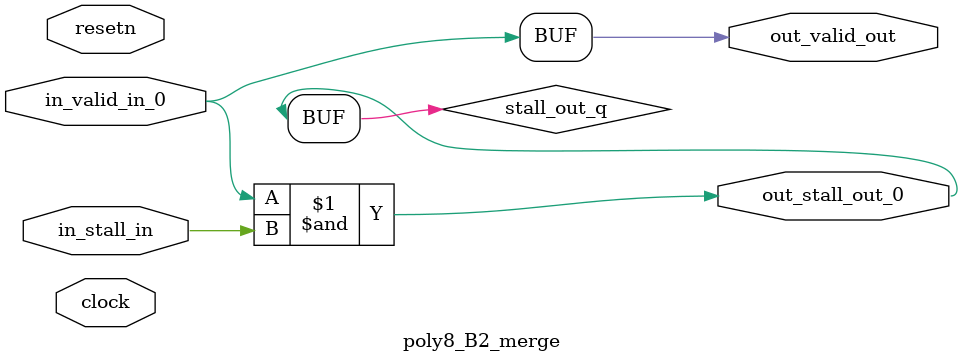
<source format=sv>



(* altera_attribute = "-name AUTO_SHIFT_REGISTER_RECOGNITION OFF; -name MESSAGE_DISABLE 10036; -name MESSAGE_DISABLE 10037; -name MESSAGE_DISABLE 14130; -name MESSAGE_DISABLE 14320; -name MESSAGE_DISABLE 15400; -name MESSAGE_DISABLE 14130; -name MESSAGE_DISABLE 10036; -name MESSAGE_DISABLE 12020; -name MESSAGE_DISABLE 12030; -name MESSAGE_DISABLE 12010; -name MESSAGE_DISABLE 12110; -name MESSAGE_DISABLE 14320; -name MESSAGE_DISABLE 13410; -name MESSAGE_DISABLE 113007; -name MESSAGE_DISABLE 10958" *)
module poly8_B2_merge (
    input wire [0:0] in_stall_in,
    input wire [0:0] in_valid_in_0,
    output wire [0:0] out_stall_out_0,
    output wire [0:0] out_valid_out,
    input wire clock,
    input wire resetn
    );

    wire [0:0] stall_out_q;


    // stall_out(LOGICAL,6)
    assign stall_out_q = in_valid_in_0 & in_stall_in;

    // out_stall_out_0(GPOUT,4)
    assign out_stall_out_0 = stall_out_q;

    // out_valid_out(GPOUT,5)
    assign out_valid_out = in_valid_in_0;

endmodule

</source>
